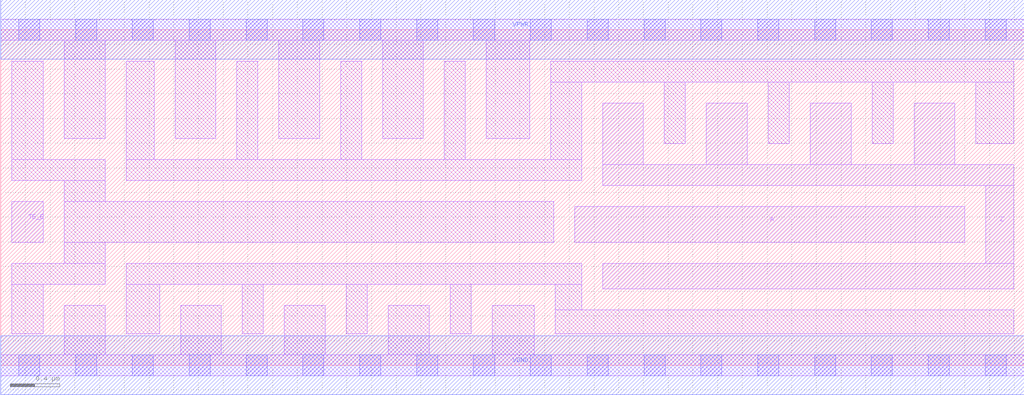
<source format=lef>
# Copyright 2020 The SkyWater PDK Authors
#
# Licensed under the Apache License, Version 2.0 (the "License");
# you may not use this file except in compliance with the License.
# You may obtain a copy of the License at
#
#     https://www.apache.org/licenses/LICENSE-2.0
#
# Unless required by applicable law or agreed to in writing, software
# distributed under the License is distributed on an "AS IS" BASIS,
# WITHOUT WARRANTIES OR CONDITIONS OF ANY KIND, either express or implied.
# See the License for the specific language governing permissions and
# limitations under the License.
#
# SPDX-License-Identifier: Apache-2.0

VERSION 5.7 ;
  NOWIREEXTENSIONATPIN ON ;
  DIVIDERCHAR "/" ;
  BUSBITCHARS "[]" ;
UNITS
  DATABASE MICRONS 200 ;
END UNITS
MACRO sky130_fd_sc_hd__einvn_8
  CLASS CORE ;
  FOREIGN sky130_fd_sc_hd__einvn_8 ;
  ORIGIN  0.000000  0.000000 ;
  SIZE  8.280000 BY  2.720000 ;
  SYMMETRY X Y R90 ;
  SITE unithd ;
  PIN A
    ANTENNAGATEAREA  1.980000 ;
    DIRECTION INPUT ;
    USE SIGNAL ;
    PORT
      LAYER li1 ;
        RECT 4.645000 0.995000 7.800000 1.285000 ;
    END
  END A
  PIN TE_B
    ANTENNAGATEAREA  1.375500 ;
    DIRECTION INPUT ;
    USE SIGNAL ;
    PORT
      LAYER li1 ;
        RECT 0.090000 0.995000 0.345000 1.325000 ;
    END
  END TE_B
  PIN Z
    ANTENNADIFFAREA  1.782000 ;
    DIRECTION OUTPUT ;
    USE SIGNAL ;
    PORT
      LAYER li1 ;
        RECT 4.870000 0.620000 8.195000 0.825000 ;
        RECT 4.870000 1.455000 8.195000 1.625000 ;
        RECT 4.870000 1.625000 5.200000 2.125000 ;
        RECT 5.710000 1.625000 6.040000 2.125000 ;
        RECT 6.550000 1.625000 6.880000 2.125000 ;
        RECT 7.390000 1.625000 7.720000 2.125000 ;
        RECT 7.970000 0.825000 8.195000 1.455000 ;
    END
  END Z
  PIN VGND
    DIRECTION INOUT ;
    SHAPE ABUTMENT ;
    USE GROUND ;
    PORT
      LAYER met1 ;
        RECT 0.000000 -0.240000 8.280000 0.240000 ;
    END
  END VGND
  PIN VPWR
    DIRECTION INOUT ;
    SHAPE ABUTMENT ;
    USE POWER ;
    PORT
      LAYER met1 ;
        RECT 0.000000 2.480000 8.280000 2.960000 ;
    END
  END VPWR
  OBS
    LAYER li1 ;
      RECT 0.000000 -0.085000 8.280000 0.085000 ;
      RECT 0.000000  2.635000 8.280000 2.805000 ;
      RECT 0.090000  0.255000 0.345000 0.655000 ;
      RECT 0.090000  0.655000 0.845000 0.825000 ;
      RECT 0.090000  1.495000 0.845000 1.665000 ;
      RECT 0.090000  1.665000 0.345000 2.465000 ;
      RECT 0.515000  0.085000 0.845000 0.485000 ;
      RECT 0.515000  0.825000 0.845000 0.995000 ;
      RECT 0.515000  0.995000 4.475000 1.325000 ;
      RECT 0.515000  1.325000 0.845000 1.495000 ;
      RECT 0.515000  1.835000 0.845000 2.635000 ;
      RECT 1.015000  0.255000 1.285000 0.655000 ;
      RECT 1.015000  0.655000 4.700000 0.825000 ;
      RECT 1.015000  1.495000 4.700000 1.665000 ;
      RECT 1.015000  1.665000 1.240000 2.465000 ;
      RECT 1.410000  1.835000 1.740000 2.635000 ;
      RECT 1.455000  0.085000 1.785000 0.485000 ;
      RECT 1.910000  1.665000 2.080000 2.465000 ;
      RECT 1.955000  0.255000 2.125000 0.655000 ;
      RECT 2.250000  1.835000 2.580000 2.635000 ;
      RECT 2.295000  0.085000 2.625000 0.485000 ;
      RECT 2.750000  1.665000 2.920000 2.465000 ;
      RECT 2.795000  0.255000 2.965000 0.655000 ;
      RECT 3.090000  1.835000 3.420000 2.635000 ;
      RECT 3.135000  0.085000 3.465000 0.485000 ;
      RECT 3.590000  1.665000 3.760000 2.465000 ;
      RECT 3.635000  0.255000 3.805000 0.655000 ;
      RECT 3.930000  1.835000 4.280000 2.635000 ;
      RECT 3.975000  0.085000 4.315000 0.485000 ;
      RECT 4.450000  1.665000 4.700000 2.295000 ;
      RECT 4.450000  2.295000 8.195000 2.465000 ;
      RECT 4.485000  0.255000 8.195000 0.450000 ;
      RECT 4.485000  0.450000 4.700000 0.655000 ;
      RECT 5.370000  1.795000 5.540000 2.295000 ;
      RECT 6.210000  1.795000 6.380000 2.295000 ;
      RECT 7.050000  1.795000 7.220000 2.295000 ;
      RECT 7.890000  1.795000 8.195000 2.295000 ;
    LAYER mcon ;
      RECT 0.145000 -0.085000 0.315000 0.085000 ;
      RECT 0.145000  2.635000 0.315000 2.805000 ;
      RECT 0.605000 -0.085000 0.775000 0.085000 ;
      RECT 0.605000  2.635000 0.775000 2.805000 ;
      RECT 1.065000 -0.085000 1.235000 0.085000 ;
      RECT 1.065000  2.635000 1.235000 2.805000 ;
      RECT 1.525000 -0.085000 1.695000 0.085000 ;
      RECT 1.525000  2.635000 1.695000 2.805000 ;
      RECT 1.985000 -0.085000 2.155000 0.085000 ;
      RECT 1.985000  2.635000 2.155000 2.805000 ;
      RECT 2.445000 -0.085000 2.615000 0.085000 ;
      RECT 2.445000  2.635000 2.615000 2.805000 ;
      RECT 2.905000 -0.085000 3.075000 0.085000 ;
      RECT 2.905000  2.635000 3.075000 2.805000 ;
      RECT 3.365000 -0.085000 3.535000 0.085000 ;
      RECT 3.365000  2.635000 3.535000 2.805000 ;
      RECT 3.825000 -0.085000 3.995000 0.085000 ;
      RECT 3.825000  2.635000 3.995000 2.805000 ;
      RECT 4.285000 -0.085000 4.455000 0.085000 ;
      RECT 4.285000  2.635000 4.455000 2.805000 ;
      RECT 4.745000 -0.085000 4.915000 0.085000 ;
      RECT 4.745000  2.635000 4.915000 2.805000 ;
      RECT 5.205000 -0.085000 5.375000 0.085000 ;
      RECT 5.205000  2.635000 5.375000 2.805000 ;
      RECT 5.665000 -0.085000 5.835000 0.085000 ;
      RECT 5.665000  2.635000 5.835000 2.805000 ;
      RECT 6.125000 -0.085000 6.295000 0.085000 ;
      RECT 6.125000  2.635000 6.295000 2.805000 ;
      RECT 6.585000 -0.085000 6.755000 0.085000 ;
      RECT 6.585000  2.635000 6.755000 2.805000 ;
      RECT 7.045000 -0.085000 7.215000 0.085000 ;
      RECT 7.045000  2.635000 7.215000 2.805000 ;
      RECT 7.505000 -0.085000 7.675000 0.085000 ;
      RECT 7.505000  2.635000 7.675000 2.805000 ;
      RECT 7.965000 -0.085000 8.135000 0.085000 ;
      RECT 7.965000  2.635000 8.135000 2.805000 ;
  END
END sky130_fd_sc_hd__einvn_8
END LIBRARY

</source>
